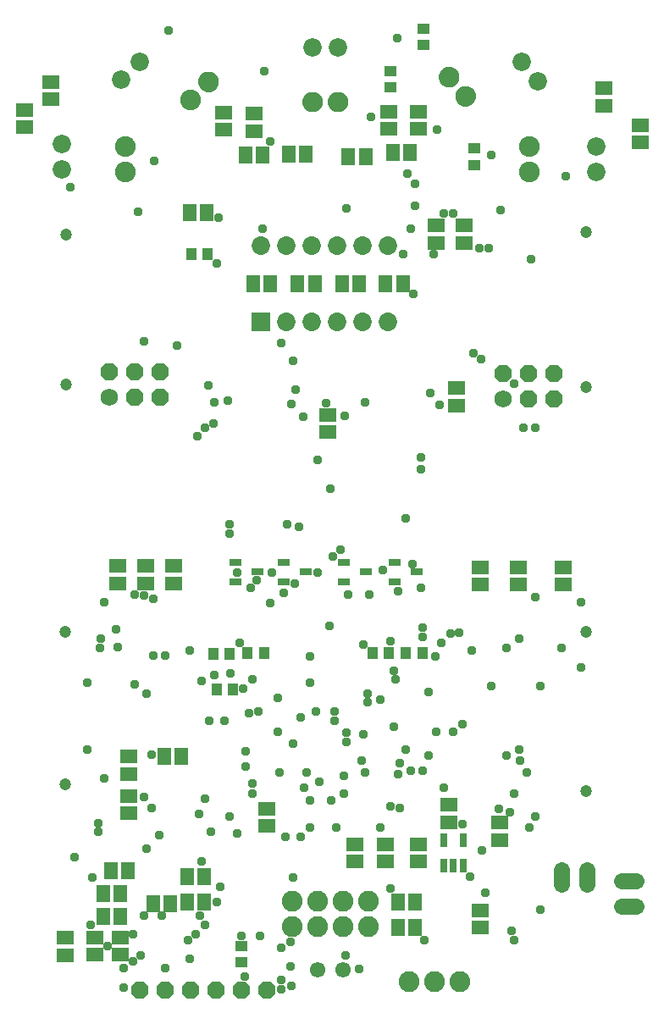
<source format=gbr>
G04 EAGLE Gerber RS-274X export*
G75*
%MOMM*%
%FSLAX34Y34*%
%LPD*%
%INSoldermask Bottom*%
%IPPOS*%
%AMOC8*
5,1,8,0,0,1.08239X$1,22.5*%
G01*
%ADD10C,1.203200*%
%ADD11R,1.367800X1.668500*%
%ADD12R,1.668500X1.367800*%
%ADD13C,1.000000*%
%ADD14R,1.853200X1.853200*%
%ADD15C,1.853200*%
%ADD16R,0.803200X1.403200*%
%ADD17C,1.551200*%
%ADD18C,1.727200*%
%ADD19P,1.869504X8X22.500000*%
%ADD20C,2.082800*%
%ADD21C,1.625600*%
%ADD22R,1.253200X0.803200*%
%ADD23C,1.838200*%
%ADD24R,1.177100X1.001900*%
%ADD25R,1.001900X1.177100*%
%ADD26P,1.869504X8X292.500000*%
%ADD27C,0.959600*%


D10*
X-258580Y125080D03*
X-258580Y274920D03*
X261120Y277460D03*
X261120Y122540D03*
X261120Y-122540D03*
X261120Y-281270D03*
X-259850Y-274920D03*
X-259850Y-122540D03*
D11*
X90554Y-392990D03*
X73046Y-392990D03*
X73046Y-418390D03*
X90554Y-418390D03*
D12*
X-196330Y-264584D03*
X-196330Y-247076D03*
D11*
X78274Y225400D03*
X60766Y225400D03*
D12*
X131500Y121184D03*
X131500Y103676D03*
X123710Y-295336D03*
X123710Y-312844D03*
X29730Y-352214D03*
X29730Y-334706D03*
X155460Y-400746D03*
X155460Y-418254D03*
X-196330Y-303954D03*
X-196330Y-286446D03*
X3060Y77046D03*
X3060Y94554D03*
X60210Y-352214D03*
X60210Y-334706D03*
X93230Y-352214D03*
X93230Y-334706D03*
X-259300Y-428046D03*
X-259300Y-445554D03*
X-229720Y-427856D03*
X-229720Y-445364D03*
X-204790Y-445294D03*
X-204790Y-427786D03*
D11*
X-154176Y-393870D03*
X-171684Y-393870D03*
X-120266Y-392990D03*
X-137774Y-392990D03*
X-120266Y-367590D03*
X-137774Y-367590D03*
X-221594Y-406960D03*
X-204086Y-406960D03*
X-221594Y-384100D03*
X-204086Y-384100D03*
X-213974Y-361240D03*
X-196466Y-361240D03*
X-9776Y225500D03*
X-27284Y225500D03*
X34674Y225500D03*
X17166Y225500D03*
X-54226Y225500D03*
X-71734Y225500D03*
D12*
X111010Y266276D03*
X111010Y283784D03*
D11*
X23516Y352500D03*
X41024Y352500D03*
X-117726Y296620D03*
X-135234Y296620D03*
D12*
X138950Y266276D03*
X138950Y283784D03*
X64160Y380106D03*
X64160Y397614D03*
X93370Y380106D03*
X93370Y397614D03*
D11*
X-36174Y355040D03*
X-18666Y355040D03*
X-79354Y353770D03*
X-61846Y353770D03*
D12*
X-101080Y379306D03*
X-101080Y396814D03*
X-70600Y378036D03*
X-70600Y395544D03*
D11*
X85474Y356310D03*
X67966Y356310D03*
D12*
X-151080Y-56576D03*
X-151080Y-74084D03*
X-179020Y-74084D03*
X-179020Y-56576D03*
X193560Y-75354D03*
X193560Y-57846D03*
X155460Y-57846D03*
X155460Y-75354D03*
X-206960Y-74084D03*
X-206960Y-56576D03*
X238010Y-75354D03*
X238010Y-57846D03*
X174510Y-313116D03*
X174510Y-330624D03*
D11*
X-160634Y-246940D03*
X-143126Y-246940D03*
D12*
X-57900Y-316654D03*
X-57900Y-299146D03*
X315480Y366606D03*
X315480Y384114D03*
X278650Y403436D03*
X278650Y420944D03*
X-300470Y381846D03*
X-300470Y399354D03*
X-273800Y409786D03*
X-273800Y427294D03*
D13*
X199610Y337300D02*
X199612Y337441D01*
X199618Y337582D01*
X199628Y337722D01*
X199642Y337862D01*
X199660Y338002D01*
X199681Y338141D01*
X199707Y338280D01*
X199736Y338418D01*
X199770Y338554D01*
X199807Y338690D01*
X199848Y338825D01*
X199893Y338959D01*
X199942Y339091D01*
X199994Y339222D01*
X200050Y339351D01*
X200110Y339478D01*
X200173Y339604D01*
X200239Y339728D01*
X200310Y339851D01*
X200383Y339971D01*
X200460Y340089D01*
X200540Y340205D01*
X200624Y340318D01*
X200710Y340429D01*
X200800Y340538D01*
X200893Y340644D01*
X200988Y340747D01*
X201087Y340848D01*
X201188Y340946D01*
X201292Y341041D01*
X201399Y341133D01*
X201508Y341222D01*
X201620Y341307D01*
X201734Y341390D01*
X201850Y341470D01*
X201969Y341546D01*
X202090Y341618D01*
X202212Y341688D01*
X202337Y341753D01*
X202463Y341816D01*
X202591Y341874D01*
X202721Y341929D01*
X202852Y341981D01*
X202985Y342028D01*
X203119Y342072D01*
X203254Y342113D01*
X203390Y342149D01*
X203527Y342181D01*
X203665Y342210D01*
X203803Y342235D01*
X203943Y342255D01*
X204083Y342272D01*
X204223Y342285D01*
X204364Y342294D01*
X204504Y342299D01*
X204645Y342300D01*
X204786Y342297D01*
X204927Y342290D01*
X205067Y342279D01*
X205207Y342264D01*
X205347Y342245D01*
X205486Y342223D01*
X205624Y342196D01*
X205762Y342166D01*
X205898Y342131D01*
X206034Y342093D01*
X206168Y342051D01*
X206302Y342005D01*
X206434Y341956D01*
X206564Y341902D01*
X206693Y341845D01*
X206820Y341785D01*
X206946Y341721D01*
X207069Y341653D01*
X207191Y341582D01*
X207311Y341508D01*
X207428Y341430D01*
X207543Y341349D01*
X207656Y341265D01*
X207767Y341178D01*
X207875Y341087D01*
X207980Y340994D01*
X208083Y340897D01*
X208183Y340798D01*
X208280Y340696D01*
X208374Y340591D01*
X208465Y340484D01*
X208553Y340374D01*
X208638Y340262D01*
X208720Y340147D01*
X208799Y340030D01*
X208874Y339911D01*
X208946Y339790D01*
X209014Y339667D01*
X209079Y339542D01*
X209141Y339415D01*
X209198Y339286D01*
X209253Y339156D01*
X209303Y339025D01*
X209350Y338892D01*
X209393Y338758D01*
X209432Y338622D01*
X209467Y338486D01*
X209499Y338349D01*
X209526Y338211D01*
X209550Y338072D01*
X209570Y337932D01*
X209586Y337792D01*
X209598Y337652D01*
X209606Y337511D01*
X209610Y337370D01*
X209610Y337230D01*
X209606Y337089D01*
X209598Y336948D01*
X209586Y336808D01*
X209570Y336668D01*
X209550Y336528D01*
X209526Y336389D01*
X209499Y336251D01*
X209467Y336114D01*
X209432Y335978D01*
X209393Y335842D01*
X209350Y335708D01*
X209303Y335575D01*
X209253Y335444D01*
X209198Y335314D01*
X209141Y335185D01*
X209079Y335058D01*
X209014Y334933D01*
X208946Y334810D01*
X208874Y334689D01*
X208799Y334570D01*
X208720Y334453D01*
X208638Y334338D01*
X208553Y334226D01*
X208465Y334116D01*
X208374Y334009D01*
X208280Y333904D01*
X208183Y333802D01*
X208083Y333703D01*
X207980Y333606D01*
X207875Y333513D01*
X207767Y333422D01*
X207656Y333335D01*
X207543Y333251D01*
X207428Y333170D01*
X207311Y333092D01*
X207191Y333018D01*
X207069Y332947D01*
X206946Y332879D01*
X206820Y332815D01*
X206693Y332755D01*
X206564Y332698D01*
X206434Y332644D01*
X206302Y332595D01*
X206168Y332549D01*
X206034Y332507D01*
X205898Y332469D01*
X205762Y332434D01*
X205624Y332404D01*
X205486Y332377D01*
X205347Y332355D01*
X205207Y332336D01*
X205067Y332321D01*
X204927Y332310D01*
X204786Y332303D01*
X204645Y332300D01*
X204504Y332301D01*
X204364Y332306D01*
X204223Y332315D01*
X204083Y332328D01*
X203943Y332345D01*
X203803Y332365D01*
X203665Y332390D01*
X203527Y332419D01*
X203390Y332451D01*
X203254Y332487D01*
X203119Y332528D01*
X202985Y332572D01*
X202852Y332619D01*
X202721Y332671D01*
X202591Y332726D01*
X202463Y332784D01*
X202337Y332847D01*
X202212Y332912D01*
X202090Y332982D01*
X201969Y333054D01*
X201850Y333130D01*
X201734Y333210D01*
X201620Y333293D01*
X201508Y333378D01*
X201399Y333467D01*
X201292Y333559D01*
X201188Y333654D01*
X201087Y333752D01*
X200988Y333853D01*
X200893Y333956D01*
X200800Y334062D01*
X200710Y334171D01*
X200624Y334282D01*
X200540Y334395D01*
X200460Y334511D01*
X200383Y334629D01*
X200310Y334749D01*
X200239Y334872D01*
X200173Y334996D01*
X200110Y335122D01*
X200050Y335249D01*
X199994Y335378D01*
X199942Y335509D01*
X199893Y335641D01*
X199848Y335775D01*
X199807Y335910D01*
X199770Y336046D01*
X199736Y336182D01*
X199707Y336320D01*
X199681Y336459D01*
X199660Y336598D01*
X199642Y336738D01*
X199628Y336878D01*
X199618Y337018D01*
X199612Y337159D01*
X199610Y337300D01*
X199610Y362700D02*
X199612Y362841D01*
X199618Y362982D01*
X199628Y363122D01*
X199642Y363262D01*
X199660Y363402D01*
X199681Y363541D01*
X199707Y363680D01*
X199736Y363818D01*
X199770Y363954D01*
X199807Y364090D01*
X199848Y364225D01*
X199893Y364359D01*
X199942Y364491D01*
X199994Y364622D01*
X200050Y364751D01*
X200110Y364878D01*
X200173Y365004D01*
X200239Y365128D01*
X200310Y365251D01*
X200383Y365371D01*
X200460Y365489D01*
X200540Y365605D01*
X200624Y365718D01*
X200710Y365829D01*
X200800Y365938D01*
X200893Y366044D01*
X200988Y366147D01*
X201087Y366248D01*
X201188Y366346D01*
X201292Y366441D01*
X201399Y366533D01*
X201508Y366622D01*
X201620Y366707D01*
X201734Y366790D01*
X201850Y366870D01*
X201969Y366946D01*
X202090Y367018D01*
X202212Y367088D01*
X202337Y367153D01*
X202463Y367216D01*
X202591Y367274D01*
X202721Y367329D01*
X202852Y367381D01*
X202985Y367428D01*
X203119Y367472D01*
X203254Y367513D01*
X203390Y367549D01*
X203527Y367581D01*
X203665Y367610D01*
X203803Y367635D01*
X203943Y367655D01*
X204083Y367672D01*
X204223Y367685D01*
X204364Y367694D01*
X204504Y367699D01*
X204645Y367700D01*
X204786Y367697D01*
X204927Y367690D01*
X205067Y367679D01*
X205207Y367664D01*
X205347Y367645D01*
X205486Y367623D01*
X205624Y367596D01*
X205762Y367566D01*
X205898Y367531D01*
X206034Y367493D01*
X206168Y367451D01*
X206302Y367405D01*
X206434Y367356D01*
X206564Y367302D01*
X206693Y367245D01*
X206820Y367185D01*
X206946Y367121D01*
X207069Y367053D01*
X207191Y366982D01*
X207311Y366908D01*
X207428Y366830D01*
X207543Y366749D01*
X207656Y366665D01*
X207767Y366578D01*
X207875Y366487D01*
X207980Y366394D01*
X208083Y366297D01*
X208183Y366198D01*
X208280Y366096D01*
X208374Y365991D01*
X208465Y365884D01*
X208553Y365774D01*
X208638Y365662D01*
X208720Y365547D01*
X208799Y365430D01*
X208874Y365311D01*
X208946Y365190D01*
X209014Y365067D01*
X209079Y364942D01*
X209141Y364815D01*
X209198Y364686D01*
X209253Y364556D01*
X209303Y364425D01*
X209350Y364292D01*
X209393Y364158D01*
X209432Y364022D01*
X209467Y363886D01*
X209499Y363749D01*
X209526Y363611D01*
X209550Y363472D01*
X209570Y363332D01*
X209586Y363192D01*
X209598Y363052D01*
X209606Y362911D01*
X209610Y362770D01*
X209610Y362630D01*
X209606Y362489D01*
X209598Y362348D01*
X209586Y362208D01*
X209570Y362068D01*
X209550Y361928D01*
X209526Y361789D01*
X209499Y361651D01*
X209467Y361514D01*
X209432Y361378D01*
X209393Y361242D01*
X209350Y361108D01*
X209303Y360975D01*
X209253Y360844D01*
X209198Y360714D01*
X209141Y360585D01*
X209079Y360458D01*
X209014Y360333D01*
X208946Y360210D01*
X208874Y360089D01*
X208799Y359970D01*
X208720Y359853D01*
X208638Y359738D01*
X208553Y359626D01*
X208465Y359516D01*
X208374Y359409D01*
X208280Y359304D01*
X208183Y359202D01*
X208083Y359103D01*
X207980Y359006D01*
X207875Y358913D01*
X207767Y358822D01*
X207656Y358735D01*
X207543Y358651D01*
X207428Y358570D01*
X207311Y358492D01*
X207191Y358418D01*
X207069Y358347D01*
X206946Y358279D01*
X206820Y358215D01*
X206693Y358155D01*
X206564Y358098D01*
X206434Y358044D01*
X206302Y357995D01*
X206168Y357949D01*
X206034Y357907D01*
X205898Y357869D01*
X205762Y357834D01*
X205624Y357804D01*
X205486Y357777D01*
X205347Y357755D01*
X205207Y357736D01*
X205067Y357721D01*
X204927Y357710D01*
X204786Y357703D01*
X204645Y357700D01*
X204504Y357701D01*
X204364Y357706D01*
X204223Y357715D01*
X204083Y357728D01*
X203943Y357745D01*
X203803Y357765D01*
X203665Y357790D01*
X203527Y357819D01*
X203390Y357851D01*
X203254Y357887D01*
X203119Y357928D01*
X202985Y357972D01*
X202852Y358019D01*
X202721Y358071D01*
X202591Y358126D01*
X202463Y358184D01*
X202337Y358247D01*
X202212Y358312D01*
X202090Y358382D01*
X201969Y358454D01*
X201850Y358530D01*
X201734Y358610D01*
X201620Y358693D01*
X201508Y358778D01*
X201399Y358867D01*
X201292Y358959D01*
X201188Y359054D01*
X201087Y359152D01*
X200988Y359253D01*
X200893Y359356D01*
X200800Y359462D01*
X200710Y359571D01*
X200624Y359682D01*
X200540Y359795D01*
X200460Y359911D01*
X200383Y360029D01*
X200310Y360149D01*
X200239Y360272D01*
X200173Y360396D01*
X200110Y360522D01*
X200050Y360649D01*
X199994Y360778D01*
X199942Y360909D01*
X199893Y361041D01*
X199848Y361175D01*
X199807Y361310D01*
X199770Y361446D01*
X199736Y361582D01*
X199707Y361720D01*
X199681Y361859D01*
X199660Y361998D01*
X199642Y362138D01*
X199628Y362278D01*
X199618Y362418D01*
X199612Y362559D01*
X199610Y362700D01*
X119302Y431964D02*
X119304Y432105D01*
X119310Y432246D01*
X119320Y432386D01*
X119334Y432526D01*
X119352Y432666D01*
X119373Y432805D01*
X119399Y432944D01*
X119428Y433082D01*
X119462Y433218D01*
X119499Y433354D01*
X119540Y433489D01*
X119585Y433623D01*
X119634Y433755D01*
X119686Y433886D01*
X119742Y434015D01*
X119802Y434142D01*
X119865Y434268D01*
X119931Y434392D01*
X120002Y434515D01*
X120075Y434635D01*
X120152Y434753D01*
X120232Y434869D01*
X120316Y434982D01*
X120402Y435093D01*
X120492Y435202D01*
X120585Y435308D01*
X120680Y435411D01*
X120779Y435512D01*
X120880Y435610D01*
X120984Y435705D01*
X121091Y435797D01*
X121200Y435886D01*
X121312Y435971D01*
X121426Y436054D01*
X121542Y436134D01*
X121661Y436210D01*
X121782Y436282D01*
X121904Y436352D01*
X122029Y436417D01*
X122155Y436480D01*
X122283Y436538D01*
X122413Y436593D01*
X122544Y436645D01*
X122677Y436692D01*
X122811Y436736D01*
X122946Y436777D01*
X123082Y436813D01*
X123219Y436845D01*
X123357Y436874D01*
X123495Y436899D01*
X123635Y436919D01*
X123775Y436936D01*
X123915Y436949D01*
X124056Y436958D01*
X124196Y436963D01*
X124337Y436964D01*
X124478Y436961D01*
X124619Y436954D01*
X124759Y436943D01*
X124899Y436928D01*
X125039Y436909D01*
X125178Y436887D01*
X125316Y436860D01*
X125454Y436830D01*
X125590Y436795D01*
X125726Y436757D01*
X125860Y436715D01*
X125994Y436669D01*
X126126Y436620D01*
X126256Y436566D01*
X126385Y436509D01*
X126512Y436449D01*
X126638Y436385D01*
X126761Y436317D01*
X126883Y436246D01*
X127003Y436172D01*
X127120Y436094D01*
X127235Y436013D01*
X127348Y435929D01*
X127459Y435842D01*
X127567Y435751D01*
X127672Y435658D01*
X127775Y435561D01*
X127875Y435462D01*
X127972Y435360D01*
X128066Y435255D01*
X128157Y435148D01*
X128245Y435038D01*
X128330Y434926D01*
X128412Y434811D01*
X128491Y434694D01*
X128566Y434575D01*
X128638Y434454D01*
X128706Y434331D01*
X128771Y434206D01*
X128833Y434079D01*
X128890Y433950D01*
X128945Y433820D01*
X128995Y433689D01*
X129042Y433556D01*
X129085Y433422D01*
X129124Y433286D01*
X129159Y433150D01*
X129191Y433013D01*
X129218Y432875D01*
X129242Y432736D01*
X129262Y432596D01*
X129278Y432456D01*
X129290Y432316D01*
X129298Y432175D01*
X129302Y432034D01*
X129302Y431894D01*
X129298Y431753D01*
X129290Y431612D01*
X129278Y431472D01*
X129262Y431332D01*
X129242Y431192D01*
X129218Y431053D01*
X129191Y430915D01*
X129159Y430778D01*
X129124Y430642D01*
X129085Y430506D01*
X129042Y430372D01*
X128995Y430239D01*
X128945Y430108D01*
X128890Y429978D01*
X128833Y429849D01*
X128771Y429722D01*
X128706Y429597D01*
X128638Y429474D01*
X128566Y429353D01*
X128491Y429234D01*
X128412Y429117D01*
X128330Y429002D01*
X128245Y428890D01*
X128157Y428780D01*
X128066Y428673D01*
X127972Y428568D01*
X127875Y428466D01*
X127775Y428367D01*
X127672Y428270D01*
X127567Y428177D01*
X127459Y428086D01*
X127348Y427999D01*
X127235Y427915D01*
X127120Y427834D01*
X127003Y427756D01*
X126883Y427682D01*
X126761Y427611D01*
X126638Y427543D01*
X126512Y427479D01*
X126385Y427419D01*
X126256Y427362D01*
X126126Y427308D01*
X125994Y427259D01*
X125860Y427213D01*
X125726Y427171D01*
X125590Y427133D01*
X125454Y427098D01*
X125316Y427068D01*
X125178Y427041D01*
X125039Y427019D01*
X124899Y427000D01*
X124759Y426985D01*
X124619Y426974D01*
X124478Y426967D01*
X124337Y426964D01*
X124196Y426965D01*
X124056Y426970D01*
X123915Y426979D01*
X123775Y426992D01*
X123635Y427009D01*
X123495Y427029D01*
X123357Y427054D01*
X123219Y427083D01*
X123082Y427115D01*
X122946Y427151D01*
X122811Y427192D01*
X122677Y427236D01*
X122544Y427283D01*
X122413Y427335D01*
X122283Y427390D01*
X122155Y427448D01*
X122029Y427511D01*
X121904Y427576D01*
X121782Y427646D01*
X121661Y427718D01*
X121542Y427794D01*
X121426Y427874D01*
X121312Y427957D01*
X121200Y428042D01*
X121091Y428131D01*
X120984Y428223D01*
X120880Y428318D01*
X120779Y428416D01*
X120680Y428517D01*
X120585Y428620D01*
X120492Y428726D01*
X120402Y428835D01*
X120316Y428946D01*
X120232Y429059D01*
X120152Y429175D01*
X120075Y429293D01*
X120002Y429413D01*
X119931Y429536D01*
X119865Y429660D01*
X119802Y429786D01*
X119742Y429913D01*
X119686Y430042D01*
X119634Y430173D01*
X119585Y430305D01*
X119540Y430439D01*
X119499Y430574D01*
X119462Y430710D01*
X119428Y430846D01*
X119399Y430984D01*
X119373Y431123D01*
X119352Y431262D01*
X119334Y431402D01*
X119320Y431542D01*
X119310Y431682D01*
X119304Y431823D01*
X119302Y431964D01*
X135898Y412736D02*
X135900Y412877D01*
X135906Y413018D01*
X135916Y413158D01*
X135930Y413298D01*
X135948Y413438D01*
X135969Y413577D01*
X135995Y413716D01*
X136024Y413854D01*
X136058Y413990D01*
X136095Y414126D01*
X136136Y414261D01*
X136181Y414395D01*
X136230Y414527D01*
X136282Y414658D01*
X136338Y414787D01*
X136398Y414914D01*
X136461Y415040D01*
X136527Y415164D01*
X136598Y415287D01*
X136671Y415407D01*
X136748Y415525D01*
X136828Y415641D01*
X136912Y415754D01*
X136998Y415865D01*
X137088Y415974D01*
X137181Y416080D01*
X137276Y416183D01*
X137375Y416284D01*
X137476Y416382D01*
X137580Y416477D01*
X137687Y416569D01*
X137796Y416658D01*
X137908Y416743D01*
X138022Y416826D01*
X138138Y416906D01*
X138257Y416982D01*
X138378Y417054D01*
X138500Y417124D01*
X138625Y417189D01*
X138751Y417252D01*
X138879Y417310D01*
X139009Y417365D01*
X139140Y417417D01*
X139273Y417464D01*
X139407Y417508D01*
X139542Y417549D01*
X139678Y417585D01*
X139815Y417617D01*
X139953Y417646D01*
X140091Y417671D01*
X140231Y417691D01*
X140371Y417708D01*
X140511Y417721D01*
X140652Y417730D01*
X140792Y417735D01*
X140933Y417736D01*
X141074Y417733D01*
X141215Y417726D01*
X141355Y417715D01*
X141495Y417700D01*
X141635Y417681D01*
X141774Y417659D01*
X141912Y417632D01*
X142050Y417602D01*
X142186Y417567D01*
X142322Y417529D01*
X142456Y417487D01*
X142590Y417441D01*
X142722Y417392D01*
X142852Y417338D01*
X142981Y417281D01*
X143108Y417221D01*
X143234Y417157D01*
X143357Y417089D01*
X143479Y417018D01*
X143599Y416944D01*
X143716Y416866D01*
X143831Y416785D01*
X143944Y416701D01*
X144055Y416614D01*
X144163Y416523D01*
X144268Y416430D01*
X144371Y416333D01*
X144471Y416234D01*
X144568Y416132D01*
X144662Y416027D01*
X144753Y415920D01*
X144841Y415810D01*
X144926Y415698D01*
X145008Y415583D01*
X145087Y415466D01*
X145162Y415347D01*
X145234Y415226D01*
X145302Y415103D01*
X145367Y414978D01*
X145429Y414851D01*
X145486Y414722D01*
X145541Y414592D01*
X145591Y414461D01*
X145638Y414328D01*
X145681Y414194D01*
X145720Y414058D01*
X145755Y413922D01*
X145787Y413785D01*
X145814Y413647D01*
X145838Y413508D01*
X145858Y413368D01*
X145874Y413228D01*
X145886Y413088D01*
X145894Y412947D01*
X145898Y412806D01*
X145898Y412666D01*
X145894Y412525D01*
X145886Y412384D01*
X145874Y412244D01*
X145858Y412104D01*
X145838Y411964D01*
X145814Y411825D01*
X145787Y411687D01*
X145755Y411550D01*
X145720Y411414D01*
X145681Y411278D01*
X145638Y411144D01*
X145591Y411011D01*
X145541Y410880D01*
X145486Y410750D01*
X145429Y410621D01*
X145367Y410494D01*
X145302Y410369D01*
X145234Y410246D01*
X145162Y410125D01*
X145087Y410006D01*
X145008Y409889D01*
X144926Y409774D01*
X144841Y409662D01*
X144753Y409552D01*
X144662Y409445D01*
X144568Y409340D01*
X144471Y409238D01*
X144371Y409139D01*
X144268Y409042D01*
X144163Y408949D01*
X144055Y408858D01*
X143944Y408771D01*
X143831Y408687D01*
X143716Y408606D01*
X143599Y408528D01*
X143479Y408454D01*
X143357Y408383D01*
X143234Y408315D01*
X143108Y408251D01*
X142981Y408191D01*
X142852Y408134D01*
X142722Y408080D01*
X142590Y408031D01*
X142456Y407985D01*
X142322Y407943D01*
X142186Y407905D01*
X142050Y407870D01*
X141912Y407840D01*
X141774Y407813D01*
X141635Y407791D01*
X141495Y407772D01*
X141355Y407757D01*
X141215Y407746D01*
X141074Y407739D01*
X140933Y407736D01*
X140792Y407737D01*
X140652Y407742D01*
X140511Y407751D01*
X140371Y407764D01*
X140231Y407781D01*
X140091Y407801D01*
X139953Y407826D01*
X139815Y407855D01*
X139678Y407887D01*
X139542Y407923D01*
X139407Y407964D01*
X139273Y408008D01*
X139140Y408055D01*
X139009Y408107D01*
X138879Y408162D01*
X138751Y408220D01*
X138625Y408283D01*
X138500Y408348D01*
X138378Y408418D01*
X138257Y408490D01*
X138138Y408566D01*
X138022Y408646D01*
X137908Y408729D01*
X137796Y408814D01*
X137687Y408903D01*
X137580Y408995D01*
X137476Y409090D01*
X137375Y409188D01*
X137276Y409289D01*
X137181Y409392D01*
X137088Y409498D01*
X136998Y409607D01*
X136912Y409718D01*
X136828Y409831D01*
X136748Y409947D01*
X136671Y410065D01*
X136598Y410185D01*
X136527Y410308D01*
X136461Y410432D01*
X136398Y410558D01*
X136338Y410685D01*
X136282Y410814D01*
X136230Y410945D01*
X136181Y411077D01*
X136136Y411211D01*
X136095Y411346D01*
X136058Y411482D01*
X136024Y411618D01*
X135995Y411756D01*
X135969Y411895D01*
X135948Y412034D01*
X135930Y412174D01*
X135916Y412314D01*
X135906Y412454D01*
X135900Y412595D01*
X135898Y412736D01*
X-204480Y337220D02*
X-204478Y337361D01*
X-204472Y337502D01*
X-204462Y337642D01*
X-204448Y337782D01*
X-204430Y337922D01*
X-204409Y338061D01*
X-204383Y338200D01*
X-204354Y338338D01*
X-204320Y338474D01*
X-204283Y338610D01*
X-204242Y338745D01*
X-204197Y338879D01*
X-204148Y339011D01*
X-204096Y339142D01*
X-204040Y339271D01*
X-203980Y339398D01*
X-203917Y339524D01*
X-203851Y339648D01*
X-203780Y339771D01*
X-203707Y339891D01*
X-203630Y340009D01*
X-203550Y340125D01*
X-203466Y340238D01*
X-203380Y340349D01*
X-203290Y340458D01*
X-203197Y340564D01*
X-203102Y340667D01*
X-203003Y340768D01*
X-202902Y340866D01*
X-202798Y340961D01*
X-202691Y341053D01*
X-202582Y341142D01*
X-202470Y341227D01*
X-202356Y341310D01*
X-202240Y341390D01*
X-202121Y341466D01*
X-202000Y341538D01*
X-201878Y341608D01*
X-201753Y341673D01*
X-201627Y341736D01*
X-201499Y341794D01*
X-201369Y341849D01*
X-201238Y341901D01*
X-201105Y341948D01*
X-200971Y341992D01*
X-200836Y342033D01*
X-200700Y342069D01*
X-200563Y342101D01*
X-200425Y342130D01*
X-200287Y342155D01*
X-200147Y342175D01*
X-200007Y342192D01*
X-199867Y342205D01*
X-199726Y342214D01*
X-199586Y342219D01*
X-199445Y342220D01*
X-199304Y342217D01*
X-199163Y342210D01*
X-199023Y342199D01*
X-198883Y342184D01*
X-198743Y342165D01*
X-198604Y342143D01*
X-198466Y342116D01*
X-198328Y342086D01*
X-198192Y342051D01*
X-198056Y342013D01*
X-197922Y341971D01*
X-197788Y341925D01*
X-197656Y341876D01*
X-197526Y341822D01*
X-197397Y341765D01*
X-197270Y341705D01*
X-197144Y341641D01*
X-197021Y341573D01*
X-196899Y341502D01*
X-196779Y341428D01*
X-196662Y341350D01*
X-196547Y341269D01*
X-196434Y341185D01*
X-196323Y341098D01*
X-196215Y341007D01*
X-196110Y340914D01*
X-196007Y340817D01*
X-195907Y340718D01*
X-195810Y340616D01*
X-195716Y340511D01*
X-195625Y340404D01*
X-195537Y340294D01*
X-195452Y340182D01*
X-195370Y340067D01*
X-195291Y339950D01*
X-195216Y339831D01*
X-195144Y339710D01*
X-195076Y339587D01*
X-195011Y339462D01*
X-194949Y339335D01*
X-194892Y339206D01*
X-194837Y339076D01*
X-194787Y338945D01*
X-194740Y338812D01*
X-194697Y338678D01*
X-194658Y338542D01*
X-194623Y338406D01*
X-194591Y338269D01*
X-194564Y338131D01*
X-194540Y337992D01*
X-194520Y337852D01*
X-194504Y337712D01*
X-194492Y337572D01*
X-194484Y337431D01*
X-194480Y337290D01*
X-194480Y337150D01*
X-194484Y337009D01*
X-194492Y336868D01*
X-194504Y336728D01*
X-194520Y336588D01*
X-194540Y336448D01*
X-194564Y336309D01*
X-194591Y336171D01*
X-194623Y336034D01*
X-194658Y335898D01*
X-194697Y335762D01*
X-194740Y335628D01*
X-194787Y335495D01*
X-194837Y335364D01*
X-194892Y335234D01*
X-194949Y335105D01*
X-195011Y334978D01*
X-195076Y334853D01*
X-195144Y334730D01*
X-195216Y334609D01*
X-195291Y334490D01*
X-195370Y334373D01*
X-195452Y334258D01*
X-195537Y334146D01*
X-195625Y334036D01*
X-195716Y333929D01*
X-195810Y333824D01*
X-195907Y333722D01*
X-196007Y333623D01*
X-196110Y333526D01*
X-196215Y333433D01*
X-196323Y333342D01*
X-196434Y333255D01*
X-196547Y333171D01*
X-196662Y333090D01*
X-196779Y333012D01*
X-196899Y332938D01*
X-197021Y332867D01*
X-197144Y332799D01*
X-197270Y332735D01*
X-197397Y332675D01*
X-197526Y332618D01*
X-197656Y332564D01*
X-197788Y332515D01*
X-197922Y332469D01*
X-198056Y332427D01*
X-198192Y332389D01*
X-198328Y332354D01*
X-198466Y332324D01*
X-198604Y332297D01*
X-198743Y332275D01*
X-198883Y332256D01*
X-199023Y332241D01*
X-199163Y332230D01*
X-199304Y332223D01*
X-199445Y332220D01*
X-199586Y332221D01*
X-199726Y332226D01*
X-199867Y332235D01*
X-200007Y332248D01*
X-200147Y332265D01*
X-200287Y332285D01*
X-200425Y332310D01*
X-200563Y332339D01*
X-200700Y332371D01*
X-200836Y332407D01*
X-200971Y332448D01*
X-201105Y332492D01*
X-201238Y332539D01*
X-201369Y332591D01*
X-201499Y332646D01*
X-201627Y332704D01*
X-201753Y332767D01*
X-201878Y332832D01*
X-202000Y332902D01*
X-202121Y332974D01*
X-202240Y333050D01*
X-202356Y333130D01*
X-202470Y333213D01*
X-202582Y333298D01*
X-202691Y333387D01*
X-202798Y333479D01*
X-202902Y333574D01*
X-203003Y333672D01*
X-203102Y333773D01*
X-203197Y333876D01*
X-203290Y333982D01*
X-203380Y334091D01*
X-203466Y334202D01*
X-203550Y334315D01*
X-203630Y334431D01*
X-203707Y334549D01*
X-203780Y334669D01*
X-203851Y334792D01*
X-203917Y334916D01*
X-203980Y335042D01*
X-204040Y335169D01*
X-204096Y335298D01*
X-204148Y335429D01*
X-204197Y335561D01*
X-204242Y335695D01*
X-204283Y335830D01*
X-204320Y335966D01*
X-204354Y336102D01*
X-204383Y336240D01*
X-204409Y336379D01*
X-204430Y336518D01*
X-204448Y336658D01*
X-204462Y336798D01*
X-204472Y336938D01*
X-204478Y337079D01*
X-204480Y337220D01*
X-204480Y362620D02*
X-204478Y362761D01*
X-204472Y362902D01*
X-204462Y363042D01*
X-204448Y363182D01*
X-204430Y363322D01*
X-204409Y363461D01*
X-204383Y363600D01*
X-204354Y363738D01*
X-204320Y363874D01*
X-204283Y364010D01*
X-204242Y364145D01*
X-204197Y364279D01*
X-204148Y364411D01*
X-204096Y364542D01*
X-204040Y364671D01*
X-203980Y364798D01*
X-203917Y364924D01*
X-203851Y365048D01*
X-203780Y365171D01*
X-203707Y365291D01*
X-203630Y365409D01*
X-203550Y365525D01*
X-203466Y365638D01*
X-203380Y365749D01*
X-203290Y365858D01*
X-203197Y365964D01*
X-203102Y366067D01*
X-203003Y366168D01*
X-202902Y366266D01*
X-202798Y366361D01*
X-202691Y366453D01*
X-202582Y366542D01*
X-202470Y366627D01*
X-202356Y366710D01*
X-202240Y366790D01*
X-202121Y366866D01*
X-202000Y366938D01*
X-201878Y367008D01*
X-201753Y367073D01*
X-201627Y367136D01*
X-201499Y367194D01*
X-201369Y367249D01*
X-201238Y367301D01*
X-201105Y367348D01*
X-200971Y367392D01*
X-200836Y367433D01*
X-200700Y367469D01*
X-200563Y367501D01*
X-200425Y367530D01*
X-200287Y367555D01*
X-200147Y367575D01*
X-200007Y367592D01*
X-199867Y367605D01*
X-199726Y367614D01*
X-199586Y367619D01*
X-199445Y367620D01*
X-199304Y367617D01*
X-199163Y367610D01*
X-199023Y367599D01*
X-198883Y367584D01*
X-198743Y367565D01*
X-198604Y367543D01*
X-198466Y367516D01*
X-198328Y367486D01*
X-198192Y367451D01*
X-198056Y367413D01*
X-197922Y367371D01*
X-197788Y367325D01*
X-197656Y367276D01*
X-197526Y367222D01*
X-197397Y367165D01*
X-197270Y367105D01*
X-197144Y367041D01*
X-197021Y366973D01*
X-196899Y366902D01*
X-196779Y366828D01*
X-196662Y366750D01*
X-196547Y366669D01*
X-196434Y366585D01*
X-196323Y366498D01*
X-196215Y366407D01*
X-196110Y366314D01*
X-196007Y366217D01*
X-195907Y366118D01*
X-195810Y366016D01*
X-195716Y365911D01*
X-195625Y365804D01*
X-195537Y365694D01*
X-195452Y365582D01*
X-195370Y365467D01*
X-195291Y365350D01*
X-195216Y365231D01*
X-195144Y365110D01*
X-195076Y364987D01*
X-195011Y364862D01*
X-194949Y364735D01*
X-194892Y364606D01*
X-194837Y364476D01*
X-194787Y364345D01*
X-194740Y364212D01*
X-194697Y364078D01*
X-194658Y363942D01*
X-194623Y363806D01*
X-194591Y363669D01*
X-194564Y363531D01*
X-194540Y363392D01*
X-194520Y363252D01*
X-194504Y363112D01*
X-194492Y362972D01*
X-194484Y362831D01*
X-194480Y362690D01*
X-194480Y362550D01*
X-194484Y362409D01*
X-194492Y362268D01*
X-194504Y362128D01*
X-194520Y361988D01*
X-194540Y361848D01*
X-194564Y361709D01*
X-194591Y361571D01*
X-194623Y361434D01*
X-194658Y361298D01*
X-194697Y361162D01*
X-194740Y361028D01*
X-194787Y360895D01*
X-194837Y360764D01*
X-194892Y360634D01*
X-194949Y360505D01*
X-195011Y360378D01*
X-195076Y360253D01*
X-195144Y360130D01*
X-195216Y360009D01*
X-195291Y359890D01*
X-195370Y359773D01*
X-195452Y359658D01*
X-195537Y359546D01*
X-195625Y359436D01*
X-195716Y359329D01*
X-195810Y359224D01*
X-195907Y359122D01*
X-196007Y359023D01*
X-196110Y358926D01*
X-196215Y358833D01*
X-196323Y358742D01*
X-196434Y358655D01*
X-196547Y358571D01*
X-196662Y358490D01*
X-196779Y358412D01*
X-196899Y358338D01*
X-197021Y358267D01*
X-197144Y358199D01*
X-197270Y358135D01*
X-197397Y358075D01*
X-197526Y358018D01*
X-197656Y357964D01*
X-197788Y357915D01*
X-197922Y357869D01*
X-198056Y357827D01*
X-198192Y357789D01*
X-198328Y357754D01*
X-198466Y357724D01*
X-198604Y357697D01*
X-198743Y357675D01*
X-198883Y357656D01*
X-199023Y357641D01*
X-199163Y357630D01*
X-199304Y357623D01*
X-199445Y357620D01*
X-199586Y357621D01*
X-199726Y357626D01*
X-199867Y357635D01*
X-200007Y357648D01*
X-200147Y357665D01*
X-200287Y357685D01*
X-200425Y357710D01*
X-200563Y357739D01*
X-200700Y357771D01*
X-200836Y357807D01*
X-200971Y357848D01*
X-201105Y357892D01*
X-201238Y357939D01*
X-201369Y357991D01*
X-201499Y358046D01*
X-201627Y358104D01*
X-201753Y358167D01*
X-201878Y358232D01*
X-202000Y358302D01*
X-202121Y358374D01*
X-202240Y358450D01*
X-202356Y358530D01*
X-202470Y358613D01*
X-202582Y358698D01*
X-202691Y358787D01*
X-202798Y358879D01*
X-202902Y358974D01*
X-203003Y359072D01*
X-203102Y359173D01*
X-203197Y359276D01*
X-203290Y359382D01*
X-203380Y359491D01*
X-203466Y359602D01*
X-203550Y359715D01*
X-203630Y359831D01*
X-203707Y359949D01*
X-203780Y360069D01*
X-203851Y360192D01*
X-203917Y360316D01*
X-203980Y360442D01*
X-204040Y360569D01*
X-204096Y360698D01*
X-204148Y360829D01*
X-204197Y360961D01*
X-204242Y361095D01*
X-204283Y361230D01*
X-204320Y361366D01*
X-204354Y361502D01*
X-204383Y361640D01*
X-204409Y361779D01*
X-204430Y361918D01*
X-204448Y362058D01*
X-204462Y362198D01*
X-204472Y362338D01*
X-204478Y362479D01*
X-204480Y362620D01*
X-139190Y409230D02*
X-139188Y409371D01*
X-139182Y409512D01*
X-139172Y409652D01*
X-139158Y409792D01*
X-139140Y409932D01*
X-139119Y410071D01*
X-139093Y410210D01*
X-139064Y410348D01*
X-139030Y410484D01*
X-138993Y410620D01*
X-138952Y410755D01*
X-138907Y410889D01*
X-138858Y411021D01*
X-138806Y411152D01*
X-138750Y411281D01*
X-138690Y411408D01*
X-138627Y411534D01*
X-138561Y411658D01*
X-138490Y411781D01*
X-138417Y411901D01*
X-138340Y412019D01*
X-138260Y412135D01*
X-138176Y412248D01*
X-138090Y412359D01*
X-138000Y412468D01*
X-137907Y412574D01*
X-137812Y412677D01*
X-137713Y412778D01*
X-137612Y412876D01*
X-137508Y412971D01*
X-137401Y413063D01*
X-137292Y413152D01*
X-137180Y413237D01*
X-137066Y413320D01*
X-136950Y413400D01*
X-136831Y413476D01*
X-136710Y413548D01*
X-136588Y413618D01*
X-136463Y413683D01*
X-136337Y413746D01*
X-136209Y413804D01*
X-136079Y413859D01*
X-135948Y413911D01*
X-135815Y413958D01*
X-135681Y414002D01*
X-135546Y414043D01*
X-135410Y414079D01*
X-135273Y414111D01*
X-135135Y414140D01*
X-134997Y414165D01*
X-134857Y414185D01*
X-134717Y414202D01*
X-134577Y414215D01*
X-134436Y414224D01*
X-134296Y414229D01*
X-134155Y414230D01*
X-134014Y414227D01*
X-133873Y414220D01*
X-133733Y414209D01*
X-133593Y414194D01*
X-133453Y414175D01*
X-133314Y414153D01*
X-133176Y414126D01*
X-133038Y414096D01*
X-132902Y414061D01*
X-132766Y414023D01*
X-132632Y413981D01*
X-132498Y413935D01*
X-132366Y413886D01*
X-132236Y413832D01*
X-132107Y413775D01*
X-131980Y413715D01*
X-131854Y413651D01*
X-131731Y413583D01*
X-131609Y413512D01*
X-131489Y413438D01*
X-131372Y413360D01*
X-131257Y413279D01*
X-131144Y413195D01*
X-131033Y413108D01*
X-130925Y413017D01*
X-130820Y412924D01*
X-130717Y412827D01*
X-130617Y412728D01*
X-130520Y412626D01*
X-130426Y412521D01*
X-130335Y412414D01*
X-130247Y412304D01*
X-130162Y412192D01*
X-130080Y412077D01*
X-130001Y411960D01*
X-129926Y411841D01*
X-129854Y411720D01*
X-129786Y411597D01*
X-129721Y411472D01*
X-129659Y411345D01*
X-129602Y411216D01*
X-129547Y411086D01*
X-129497Y410955D01*
X-129450Y410822D01*
X-129407Y410688D01*
X-129368Y410552D01*
X-129333Y410416D01*
X-129301Y410279D01*
X-129274Y410141D01*
X-129250Y410002D01*
X-129230Y409862D01*
X-129214Y409722D01*
X-129202Y409582D01*
X-129194Y409441D01*
X-129190Y409300D01*
X-129190Y409160D01*
X-129194Y409019D01*
X-129202Y408878D01*
X-129214Y408738D01*
X-129230Y408598D01*
X-129250Y408458D01*
X-129274Y408319D01*
X-129301Y408181D01*
X-129333Y408044D01*
X-129368Y407908D01*
X-129407Y407772D01*
X-129450Y407638D01*
X-129497Y407505D01*
X-129547Y407374D01*
X-129602Y407244D01*
X-129659Y407115D01*
X-129721Y406988D01*
X-129786Y406863D01*
X-129854Y406740D01*
X-129926Y406619D01*
X-130001Y406500D01*
X-130080Y406383D01*
X-130162Y406268D01*
X-130247Y406156D01*
X-130335Y406046D01*
X-130426Y405939D01*
X-130520Y405834D01*
X-130617Y405732D01*
X-130717Y405633D01*
X-130820Y405536D01*
X-130925Y405443D01*
X-131033Y405352D01*
X-131144Y405265D01*
X-131257Y405181D01*
X-131372Y405100D01*
X-131489Y405022D01*
X-131609Y404948D01*
X-131731Y404877D01*
X-131854Y404809D01*
X-131980Y404745D01*
X-132107Y404685D01*
X-132236Y404628D01*
X-132366Y404574D01*
X-132498Y404525D01*
X-132632Y404479D01*
X-132766Y404437D01*
X-132902Y404399D01*
X-133038Y404364D01*
X-133176Y404334D01*
X-133314Y404307D01*
X-133453Y404285D01*
X-133593Y404266D01*
X-133733Y404251D01*
X-133873Y404240D01*
X-134014Y404233D01*
X-134155Y404230D01*
X-134296Y404231D01*
X-134436Y404236D01*
X-134577Y404245D01*
X-134717Y404258D01*
X-134857Y404275D01*
X-134997Y404295D01*
X-135135Y404320D01*
X-135273Y404349D01*
X-135410Y404381D01*
X-135546Y404417D01*
X-135681Y404458D01*
X-135815Y404502D01*
X-135948Y404549D01*
X-136079Y404601D01*
X-136209Y404656D01*
X-136337Y404714D01*
X-136463Y404777D01*
X-136588Y404842D01*
X-136710Y404912D01*
X-136831Y404984D01*
X-136950Y405060D01*
X-137066Y405140D01*
X-137180Y405223D01*
X-137292Y405308D01*
X-137401Y405397D01*
X-137508Y405489D01*
X-137612Y405584D01*
X-137713Y405682D01*
X-137812Y405783D01*
X-137907Y405886D01*
X-138000Y405992D01*
X-138090Y406101D01*
X-138176Y406212D01*
X-138260Y406325D01*
X-138340Y406441D01*
X-138417Y406559D01*
X-138490Y406679D01*
X-138561Y406802D01*
X-138627Y406926D01*
X-138690Y407052D01*
X-138750Y407179D01*
X-138806Y407308D01*
X-138858Y407439D01*
X-138907Y407571D01*
X-138952Y407705D01*
X-138993Y407840D01*
X-139030Y407976D01*
X-139064Y408112D01*
X-139093Y408250D01*
X-139119Y408389D01*
X-139140Y408528D01*
X-139158Y408668D01*
X-139172Y408808D01*
X-139182Y408948D01*
X-139188Y409089D01*
X-139190Y409230D01*
X-121230Y427190D02*
X-121228Y427331D01*
X-121222Y427472D01*
X-121212Y427612D01*
X-121198Y427752D01*
X-121180Y427892D01*
X-121159Y428031D01*
X-121133Y428170D01*
X-121104Y428308D01*
X-121070Y428444D01*
X-121033Y428580D01*
X-120992Y428715D01*
X-120947Y428849D01*
X-120898Y428981D01*
X-120846Y429112D01*
X-120790Y429241D01*
X-120730Y429368D01*
X-120667Y429494D01*
X-120601Y429618D01*
X-120530Y429741D01*
X-120457Y429861D01*
X-120380Y429979D01*
X-120300Y430095D01*
X-120216Y430208D01*
X-120130Y430319D01*
X-120040Y430428D01*
X-119947Y430534D01*
X-119852Y430637D01*
X-119753Y430738D01*
X-119652Y430836D01*
X-119548Y430931D01*
X-119441Y431023D01*
X-119332Y431112D01*
X-119220Y431197D01*
X-119106Y431280D01*
X-118990Y431360D01*
X-118871Y431436D01*
X-118750Y431508D01*
X-118628Y431578D01*
X-118503Y431643D01*
X-118377Y431706D01*
X-118249Y431764D01*
X-118119Y431819D01*
X-117988Y431871D01*
X-117855Y431918D01*
X-117721Y431962D01*
X-117586Y432003D01*
X-117450Y432039D01*
X-117313Y432071D01*
X-117175Y432100D01*
X-117037Y432125D01*
X-116897Y432145D01*
X-116757Y432162D01*
X-116617Y432175D01*
X-116476Y432184D01*
X-116336Y432189D01*
X-116195Y432190D01*
X-116054Y432187D01*
X-115913Y432180D01*
X-115773Y432169D01*
X-115633Y432154D01*
X-115493Y432135D01*
X-115354Y432113D01*
X-115216Y432086D01*
X-115078Y432056D01*
X-114942Y432021D01*
X-114806Y431983D01*
X-114672Y431941D01*
X-114538Y431895D01*
X-114406Y431846D01*
X-114276Y431792D01*
X-114147Y431735D01*
X-114020Y431675D01*
X-113894Y431611D01*
X-113771Y431543D01*
X-113649Y431472D01*
X-113529Y431398D01*
X-113412Y431320D01*
X-113297Y431239D01*
X-113184Y431155D01*
X-113073Y431068D01*
X-112965Y430977D01*
X-112860Y430884D01*
X-112757Y430787D01*
X-112657Y430688D01*
X-112560Y430586D01*
X-112466Y430481D01*
X-112375Y430374D01*
X-112287Y430264D01*
X-112202Y430152D01*
X-112120Y430037D01*
X-112041Y429920D01*
X-111966Y429801D01*
X-111894Y429680D01*
X-111826Y429557D01*
X-111761Y429432D01*
X-111699Y429305D01*
X-111642Y429176D01*
X-111587Y429046D01*
X-111537Y428915D01*
X-111490Y428782D01*
X-111447Y428648D01*
X-111408Y428512D01*
X-111373Y428376D01*
X-111341Y428239D01*
X-111314Y428101D01*
X-111290Y427962D01*
X-111270Y427822D01*
X-111254Y427682D01*
X-111242Y427542D01*
X-111234Y427401D01*
X-111230Y427260D01*
X-111230Y427120D01*
X-111234Y426979D01*
X-111242Y426838D01*
X-111254Y426698D01*
X-111270Y426558D01*
X-111290Y426418D01*
X-111314Y426279D01*
X-111341Y426141D01*
X-111373Y426004D01*
X-111408Y425868D01*
X-111447Y425732D01*
X-111490Y425598D01*
X-111537Y425465D01*
X-111587Y425334D01*
X-111642Y425204D01*
X-111699Y425075D01*
X-111761Y424948D01*
X-111826Y424823D01*
X-111894Y424700D01*
X-111966Y424579D01*
X-112041Y424460D01*
X-112120Y424343D01*
X-112202Y424228D01*
X-112287Y424116D01*
X-112375Y424006D01*
X-112466Y423899D01*
X-112560Y423794D01*
X-112657Y423692D01*
X-112757Y423593D01*
X-112860Y423496D01*
X-112965Y423403D01*
X-113073Y423312D01*
X-113184Y423225D01*
X-113297Y423141D01*
X-113412Y423060D01*
X-113529Y422982D01*
X-113649Y422908D01*
X-113771Y422837D01*
X-113894Y422769D01*
X-114020Y422705D01*
X-114147Y422645D01*
X-114276Y422588D01*
X-114406Y422534D01*
X-114538Y422485D01*
X-114672Y422439D01*
X-114806Y422397D01*
X-114942Y422359D01*
X-115078Y422324D01*
X-115216Y422294D01*
X-115354Y422267D01*
X-115493Y422245D01*
X-115633Y422226D01*
X-115773Y422211D01*
X-115913Y422200D01*
X-116054Y422193D01*
X-116195Y422190D01*
X-116336Y422191D01*
X-116476Y422196D01*
X-116617Y422205D01*
X-116757Y422218D01*
X-116897Y422235D01*
X-117037Y422255D01*
X-117175Y422280D01*
X-117313Y422309D01*
X-117450Y422341D01*
X-117586Y422377D01*
X-117721Y422418D01*
X-117855Y422462D01*
X-117988Y422509D01*
X-118119Y422561D01*
X-118249Y422616D01*
X-118377Y422674D01*
X-118503Y422737D01*
X-118628Y422802D01*
X-118750Y422872D01*
X-118871Y422944D01*
X-118990Y423020D01*
X-119106Y423100D01*
X-119220Y423183D01*
X-119332Y423268D01*
X-119441Y423357D01*
X-119548Y423449D01*
X-119652Y423544D01*
X-119753Y423642D01*
X-119852Y423743D01*
X-119947Y423846D01*
X-120040Y423952D01*
X-120130Y424061D01*
X-120216Y424172D01*
X-120300Y424285D01*
X-120380Y424401D01*
X-120457Y424519D01*
X-120530Y424639D01*
X-120601Y424762D01*
X-120667Y424886D01*
X-120730Y425012D01*
X-120790Y425139D01*
X-120846Y425268D01*
X-120898Y425399D01*
X-120947Y425531D01*
X-120992Y425665D01*
X-121033Y425800D01*
X-121070Y425936D01*
X-121104Y426072D01*
X-121133Y426210D01*
X-121159Y426349D01*
X-121180Y426488D01*
X-121198Y426628D01*
X-121212Y426768D01*
X-121222Y426908D01*
X-121228Y427049D01*
X-121230Y427190D01*
X-17180Y407110D02*
X-17178Y407251D01*
X-17172Y407392D01*
X-17162Y407532D01*
X-17148Y407672D01*
X-17130Y407812D01*
X-17109Y407951D01*
X-17083Y408090D01*
X-17054Y408228D01*
X-17020Y408364D01*
X-16983Y408500D01*
X-16942Y408635D01*
X-16897Y408769D01*
X-16848Y408901D01*
X-16796Y409032D01*
X-16740Y409161D01*
X-16680Y409288D01*
X-16617Y409414D01*
X-16551Y409538D01*
X-16480Y409661D01*
X-16407Y409781D01*
X-16330Y409899D01*
X-16250Y410015D01*
X-16166Y410128D01*
X-16080Y410239D01*
X-15990Y410348D01*
X-15897Y410454D01*
X-15802Y410557D01*
X-15703Y410658D01*
X-15602Y410756D01*
X-15498Y410851D01*
X-15391Y410943D01*
X-15282Y411032D01*
X-15170Y411117D01*
X-15056Y411200D01*
X-14940Y411280D01*
X-14821Y411356D01*
X-14700Y411428D01*
X-14578Y411498D01*
X-14453Y411563D01*
X-14327Y411626D01*
X-14199Y411684D01*
X-14069Y411739D01*
X-13938Y411791D01*
X-13805Y411838D01*
X-13671Y411882D01*
X-13536Y411923D01*
X-13400Y411959D01*
X-13263Y411991D01*
X-13125Y412020D01*
X-12987Y412045D01*
X-12847Y412065D01*
X-12707Y412082D01*
X-12567Y412095D01*
X-12426Y412104D01*
X-12286Y412109D01*
X-12145Y412110D01*
X-12004Y412107D01*
X-11863Y412100D01*
X-11723Y412089D01*
X-11583Y412074D01*
X-11443Y412055D01*
X-11304Y412033D01*
X-11166Y412006D01*
X-11028Y411976D01*
X-10892Y411941D01*
X-10756Y411903D01*
X-10622Y411861D01*
X-10488Y411815D01*
X-10356Y411766D01*
X-10226Y411712D01*
X-10097Y411655D01*
X-9970Y411595D01*
X-9844Y411531D01*
X-9721Y411463D01*
X-9599Y411392D01*
X-9479Y411318D01*
X-9362Y411240D01*
X-9247Y411159D01*
X-9134Y411075D01*
X-9023Y410988D01*
X-8915Y410897D01*
X-8810Y410804D01*
X-8707Y410707D01*
X-8607Y410608D01*
X-8510Y410506D01*
X-8416Y410401D01*
X-8325Y410294D01*
X-8237Y410184D01*
X-8152Y410072D01*
X-8070Y409957D01*
X-7991Y409840D01*
X-7916Y409721D01*
X-7844Y409600D01*
X-7776Y409477D01*
X-7711Y409352D01*
X-7649Y409225D01*
X-7592Y409096D01*
X-7537Y408966D01*
X-7487Y408835D01*
X-7440Y408702D01*
X-7397Y408568D01*
X-7358Y408432D01*
X-7323Y408296D01*
X-7291Y408159D01*
X-7264Y408021D01*
X-7240Y407882D01*
X-7220Y407742D01*
X-7204Y407602D01*
X-7192Y407462D01*
X-7184Y407321D01*
X-7180Y407180D01*
X-7180Y407040D01*
X-7184Y406899D01*
X-7192Y406758D01*
X-7204Y406618D01*
X-7220Y406478D01*
X-7240Y406338D01*
X-7264Y406199D01*
X-7291Y406061D01*
X-7323Y405924D01*
X-7358Y405788D01*
X-7397Y405652D01*
X-7440Y405518D01*
X-7487Y405385D01*
X-7537Y405254D01*
X-7592Y405124D01*
X-7649Y404995D01*
X-7711Y404868D01*
X-7776Y404743D01*
X-7844Y404620D01*
X-7916Y404499D01*
X-7991Y404380D01*
X-8070Y404263D01*
X-8152Y404148D01*
X-8237Y404036D01*
X-8325Y403926D01*
X-8416Y403819D01*
X-8510Y403714D01*
X-8607Y403612D01*
X-8707Y403513D01*
X-8810Y403416D01*
X-8915Y403323D01*
X-9023Y403232D01*
X-9134Y403145D01*
X-9247Y403061D01*
X-9362Y402980D01*
X-9479Y402902D01*
X-9599Y402828D01*
X-9721Y402757D01*
X-9844Y402689D01*
X-9970Y402625D01*
X-10097Y402565D01*
X-10226Y402508D01*
X-10356Y402454D01*
X-10488Y402405D01*
X-10622Y402359D01*
X-10756Y402317D01*
X-10892Y402279D01*
X-11028Y402244D01*
X-11166Y402214D01*
X-11304Y402187D01*
X-11443Y402165D01*
X-11583Y402146D01*
X-11723Y402131D01*
X-11863Y402120D01*
X-12004Y402113D01*
X-12145Y402110D01*
X-12286Y402111D01*
X-12426Y402116D01*
X-12567Y402125D01*
X-12707Y402138D01*
X-12847Y402155D01*
X-12987Y402175D01*
X-13125Y402200D01*
X-13263Y402229D01*
X-13400Y402261D01*
X-13536Y402297D01*
X-13671Y402338D01*
X-13805Y402382D01*
X-13938Y402429D01*
X-14069Y402481D01*
X-14199Y402536D01*
X-14327Y402594D01*
X-14453Y402657D01*
X-14578Y402722D01*
X-14700Y402792D01*
X-14821Y402864D01*
X-14940Y402940D01*
X-15056Y403020D01*
X-15170Y403103D01*
X-15282Y403188D01*
X-15391Y403277D01*
X-15498Y403369D01*
X-15602Y403464D01*
X-15703Y403562D01*
X-15802Y403663D01*
X-15897Y403766D01*
X-15990Y403872D01*
X-16080Y403981D01*
X-16166Y404092D01*
X-16250Y404205D01*
X-16330Y404321D01*
X-16407Y404439D01*
X-16480Y404559D01*
X-16551Y404682D01*
X-16617Y404806D01*
X-16680Y404932D01*
X-16740Y405059D01*
X-16796Y405188D01*
X-16848Y405319D01*
X-16897Y405451D01*
X-16942Y405585D01*
X-16983Y405720D01*
X-17020Y405856D01*
X-17054Y405992D01*
X-17083Y406130D01*
X-17109Y406269D01*
X-17130Y406408D01*
X-17148Y406548D01*
X-17162Y406688D01*
X-17172Y406828D01*
X-17178Y406969D01*
X-17180Y407110D01*
X8220Y407110D02*
X8222Y407251D01*
X8228Y407392D01*
X8238Y407532D01*
X8252Y407672D01*
X8270Y407812D01*
X8291Y407951D01*
X8317Y408090D01*
X8346Y408228D01*
X8380Y408364D01*
X8417Y408500D01*
X8458Y408635D01*
X8503Y408769D01*
X8552Y408901D01*
X8604Y409032D01*
X8660Y409161D01*
X8720Y409288D01*
X8783Y409414D01*
X8849Y409538D01*
X8920Y409661D01*
X8993Y409781D01*
X9070Y409899D01*
X9150Y410015D01*
X9234Y410128D01*
X9320Y410239D01*
X9410Y410348D01*
X9503Y410454D01*
X9598Y410557D01*
X9697Y410658D01*
X9798Y410756D01*
X9902Y410851D01*
X10009Y410943D01*
X10118Y411032D01*
X10230Y411117D01*
X10344Y411200D01*
X10460Y411280D01*
X10579Y411356D01*
X10700Y411428D01*
X10822Y411498D01*
X10947Y411563D01*
X11073Y411626D01*
X11201Y411684D01*
X11331Y411739D01*
X11462Y411791D01*
X11595Y411838D01*
X11729Y411882D01*
X11864Y411923D01*
X12000Y411959D01*
X12137Y411991D01*
X12275Y412020D01*
X12413Y412045D01*
X12553Y412065D01*
X12693Y412082D01*
X12833Y412095D01*
X12974Y412104D01*
X13114Y412109D01*
X13255Y412110D01*
X13396Y412107D01*
X13537Y412100D01*
X13677Y412089D01*
X13817Y412074D01*
X13957Y412055D01*
X14096Y412033D01*
X14234Y412006D01*
X14372Y411976D01*
X14508Y411941D01*
X14644Y411903D01*
X14778Y411861D01*
X14912Y411815D01*
X15044Y411766D01*
X15174Y411712D01*
X15303Y411655D01*
X15430Y411595D01*
X15556Y411531D01*
X15679Y411463D01*
X15801Y411392D01*
X15921Y411318D01*
X16038Y411240D01*
X16153Y411159D01*
X16266Y411075D01*
X16377Y410988D01*
X16485Y410897D01*
X16590Y410804D01*
X16693Y410707D01*
X16793Y410608D01*
X16890Y410506D01*
X16984Y410401D01*
X17075Y410294D01*
X17163Y410184D01*
X17248Y410072D01*
X17330Y409957D01*
X17409Y409840D01*
X17484Y409721D01*
X17556Y409600D01*
X17624Y409477D01*
X17689Y409352D01*
X17751Y409225D01*
X17808Y409096D01*
X17863Y408966D01*
X17913Y408835D01*
X17960Y408702D01*
X18003Y408568D01*
X18042Y408432D01*
X18077Y408296D01*
X18109Y408159D01*
X18136Y408021D01*
X18160Y407882D01*
X18180Y407742D01*
X18196Y407602D01*
X18208Y407462D01*
X18216Y407321D01*
X18220Y407180D01*
X18220Y407040D01*
X18216Y406899D01*
X18208Y406758D01*
X18196Y406618D01*
X18180Y406478D01*
X18160Y406338D01*
X18136Y406199D01*
X18109Y406061D01*
X18077Y405924D01*
X18042Y405788D01*
X18003Y405652D01*
X17960Y405518D01*
X17913Y405385D01*
X17863Y405254D01*
X17808Y405124D01*
X17751Y404995D01*
X17689Y404868D01*
X17624Y404743D01*
X17556Y404620D01*
X17484Y404499D01*
X17409Y404380D01*
X17330Y404263D01*
X17248Y404148D01*
X17163Y404036D01*
X17075Y403926D01*
X16984Y403819D01*
X16890Y403714D01*
X16793Y403612D01*
X16693Y403513D01*
X16590Y403416D01*
X16485Y403323D01*
X16377Y403232D01*
X16266Y403145D01*
X16153Y403061D01*
X16038Y402980D01*
X15921Y402902D01*
X15801Y402828D01*
X15679Y402757D01*
X15556Y402689D01*
X15430Y402625D01*
X15303Y402565D01*
X15174Y402508D01*
X15044Y402454D01*
X14912Y402405D01*
X14778Y402359D01*
X14644Y402317D01*
X14508Y402279D01*
X14372Y402244D01*
X14234Y402214D01*
X14096Y402187D01*
X13957Y402165D01*
X13817Y402146D01*
X13677Y402131D01*
X13537Y402120D01*
X13396Y402113D01*
X13255Y402110D01*
X13114Y402111D01*
X12974Y402116D01*
X12833Y402125D01*
X12693Y402138D01*
X12553Y402155D01*
X12413Y402175D01*
X12275Y402200D01*
X12137Y402229D01*
X12000Y402261D01*
X11864Y402297D01*
X11729Y402338D01*
X11595Y402382D01*
X11462Y402429D01*
X11331Y402481D01*
X11201Y402536D01*
X11073Y402594D01*
X10947Y402657D01*
X10822Y402722D01*
X10700Y402792D01*
X10579Y402864D01*
X10460Y402940D01*
X10344Y403020D01*
X10230Y403103D01*
X10118Y403188D01*
X10009Y403277D01*
X9902Y403369D01*
X9798Y403464D01*
X9697Y403562D01*
X9598Y403663D01*
X9503Y403766D01*
X9410Y403872D01*
X9320Y403981D01*
X9234Y404092D01*
X9150Y404205D01*
X9070Y404321D01*
X8993Y404439D01*
X8920Y404559D01*
X8849Y404682D01*
X8783Y404806D01*
X8720Y404932D01*
X8660Y405059D01*
X8604Y405188D01*
X8552Y405319D01*
X8503Y405451D01*
X8458Y405585D01*
X8417Y405720D01*
X8380Y405856D01*
X8346Y405992D01*
X8317Y406130D01*
X8291Y406269D01*
X8270Y406408D01*
X8252Y406548D01*
X8238Y406688D01*
X8228Y406828D01*
X8222Y406969D01*
X8220Y407110D01*
D14*
X-64250Y187400D03*
D15*
X-38850Y187400D03*
X-13450Y187400D03*
X11950Y187400D03*
X37350Y187400D03*
X62750Y187400D03*
X62750Y263600D03*
X37350Y263600D03*
X11950Y263600D03*
X-13450Y263600D03*
X-38850Y263600D03*
X-64250Y263600D03*
D16*
X138220Y-355990D03*
X128720Y-355990D03*
X119220Y-355990D03*
X119220Y-330990D03*
X138220Y-330990D03*
D17*
X-7100Y-460300D03*
X17900Y-460300D03*
D18*
X-215670Y111640D03*
D19*
X-190270Y111640D03*
X-164870Y111640D03*
X-215670Y137040D03*
X-190270Y137040D03*
X-164870Y137040D03*
D18*
X178320Y109930D03*
D19*
X203720Y109930D03*
X229120Y109930D03*
X178320Y135330D03*
X203720Y135330D03*
X229120Y135330D03*
D20*
X-32500Y-417120D03*
X-32500Y-391720D03*
X-7100Y-417120D03*
X-7100Y-391720D03*
X18300Y-417120D03*
X18300Y-391720D03*
X43700Y-417120D03*
X43700Y-391720D03*
D21*
X262140Y-374702D02*
X262140Y-360478D01*
X236740Y-360478D02*
X236740Y-374702D01*
X296938Y-396800D02*
X311162Y-396800D01*
X311162Y-371400D02*
X296938Y-371400D01*
D22*
X-89220Y-72290D03*
X-89220Y-53290D03*
X-67220Y-62790D03*
X-40960Y-72290D03*
X-40960Y-53290D03*
X-18960Y-62790D03*
X18730Y-72290D03*
X18730Y-53290D03*
X40730Y-62790D03*
X69530Y-72290D03*
X69530Y-53290D03*
X91530Y-62790D03*
D23*
X13540Y461710D03*
X-11860Y461710D03*
X196810Y447305D03*
X213170Y427875D03*
X271030Y362660D03*
X271030Y337260D03*
X-262510Y339760D03*
X-262510Y365160D03*
X-185002Y447224D03*
X-203518Y429836D03*
D24*
X-83300Y-436376D03*
X-83300Y-452680D03*
D25*
X81240Y-143650D03*
X97544Y-143650D03*
X47560Y-143470D03*
X63864Y-143470D03*
X-60770Y-143400D03*
X-77074Y-143400D03*
X-94780Y-144380D03*
X-111084Y-144380D03*
D24*
X65550Y421936D03*
X65550Y438240D03*
X98850Y463980D03*
X98850Y480284D03*
D25*
X-133300Y255530D03*
X-116996Y255530D03*
D24*
X149560Y360714D03*
X149560Y344410D03*
D25*
X-91686Y-180350D03*
X-107990Y-180350D03*
D20*
X84500Y-472200D03*
X109900Y-472200D03*
X135300Y-472200D03*
D26*
X-57740Y-480770D03*
X-83140Y-480770D03*
X-108540Y-480770D03*
X-133940Y-480770D03*
X-159340Y-480770D03*
X-184740Y-480770D03*
D27*
X-125972Y-304344D03*
X-119876Y-289104D03*
X-95492Y-307392D03*
X145300Y-366828D03*
X204736Y-318060D03*
X-180836Y-287580D03*
X-34532Y-456744D03*
X-34532Y-432360D03*
X160540Y-383592D03*
X-43676Y166572D03*
X-122924Y-351588D03*
X-65012Y-426264D03*
X-83300Y-426264D03*
X-217412Y-436932D03*
X34048Y-459792D03*
X-177788Y-339396D03*
X-173176Y-298692D03*
X-113780Y-322632D03*
X-43676Y-438456D03*
X-104636Y-377496D03*
X210832Y-307392D03*
X-46724Y-188520D03*
X-14720Y-147372D03*
X186448Y-421692D03*
X-31484Y-368352D03*
X194068Y-240336D03*
X-78728Y-257100D03*
X137680Y-315012D03*
X-72632Y-284532D03*
X9664Y-211380D03*
X19570Y93166D03*
X-21324Y92912D03*
X40144Y107136D03*
X181876Y-246432D03*
X70624Y-170232D03*
X-87872Y-63552D03*
X38620Y-135180D03*
X157492Y-340920D03*
X-54344Y367740D03*
X90436Y303732D03*
X-237224Y-240336D03*
X-180836Y-86412D03*
X66052Y-379020D03*
X174256Y-299772D03*
X189496Y-284532D03*
X112280Y379170D03*
X105676Y116280D03*
X175780Y299160D03*
X-189980Y-174804D03*
X-189980Y-84888D03*
X-253988Y322020D03*
X114820Y104088D03*
X-110732Y107136D03*
X-107684Y-392736D03*
X-191504Y-452172D03*
X-225032Y-138228D03*
X-208990Y-119876D03*
X-206958Y-137656D03*
X-223508Y-129084D03*
X215404Y-176328D03*
X166636Y-176328D03*
X210832Y81228D03*
X198640Y81228D03*
X256552Y-158040D03*
X-220460Y-92508D03*
X-234176Y-415596D03*
X-122924Y-171756D03*
X18808Y-284532D03*
X-81776Y-179376D03*
X18808Y-266244D03*
X181876Y-138228D03*
X236740Y-138228D03*
X96532Y52272D03*
X96532Y40080D03*
X146824Y-141276D03*
X75196Y-298248D03*
X55384Y-318060D03*
X11188Y-318060D03*
X134632Y-122988D03*
X6616Y-290628D03*
X1345Y105683D03*
X-29210Y119380D03*
X5854Y20268D03*
X96532Y-78792D03*
X110248Y-147372D03*
X-23864Y-208332D03*
X-6846Y49732D03*
X69100Y-161088D03*
X-40628Y-83364D03*
X9664Y-202236D03*
X-31484Y148284D03*
X-97016Y108660D03*
X-95492Y-14784D03*
X-135116Y-141276D03*
X-110732Y-165660D03*
X-31484Y-234240D03*
X98056Y-118416D03*
X104152Y-182424D03*
X69100Y-217476D03*
X38620Y-225096D03*
X23380Y-84888D03*
X43192Y-183948D03*
X-191504Y-424740D03*
X-180836Y-406452D03*
X-162548Y-406452D03*
X-129020Y-424740D03*
X-119876Y-415596D03*
X-136640Y-430836D03*
X-135116Y-449124D03*
X-200648Y-478080D03*
X-124448Y-406452D03*
X-159500Y-458268D03*
X-200648Y-458268D03*
X-183884Y-446076D03*
X75196Y-254052D03*
X111772Y-222048D03*
X195592Y-251004D03*
X125488Y-124512D03*
X128536Y-222048D03*
X184924Y-302820D03*
X98056Y-261672D03*
X137680Y-214428D03*
X194068Y-129084D03*
X108724Y254964D03*
X78244Y254964D03*
X-173216Y-244908D03*
X-37580Y-14784D03*
X-33008Y105612D03*
X-75680Y-203760D03*
X-72632Y-170232D03*
X-116280Y123964D03*
X-93968Y-164136D03*
X-54344Y-94032D03*
X119392Y-278436D03*
X256552Y-92508D03*
X148348Y155904D03*
X88912Y215340D03*
X40144Y-263196D03*
X8140Y-46788D03*
X98056Y-127560D03*
X66052Y-132132D03*
X5092Y-116892D03*
X37096Y-251004D03*
X201688Y-263196D03*
X163588Y261060D03*
X128536Y296112D03*
X82816Y335736D03*
X46240Y392124D03*
X-170168Y347928D03*
X81292Y-240336D03*
X116344Y-133656D03*
X87388Y-54408D03*
X-119876Y81482D03*
X-180836Y168096D03*
X55384Y-190044D03*
X-111518Y86158D03*
X210832Y-87936D03*
X43192Y-193092D03*
X-7100Y-63552D03*
X-25388Y-17832D03*
X-127496Y72846D03*
X-60440Y437844D03*
X241312Y332688D03*
X81292Y-8688D03*
X189496Y125424D03*
X206260Y250392D03*
X166636Y354024D03*
X-8624Y-202236D03*
X-52820Y-63552D03*
X-61964Y280872D03*
X85864Y280872D03*
X-14720Y-173280D03*
X-237224Y-173280D03*
X-95492Y-23928D03*
X-107684Y245820D03*
X-226556Y-313488D03*
X72148Y471372D03*
X-78728Y-241860D03*
X-115304Y-211380D03*
X-177788Y-183948D03*
X-171692Y-89460D03*
X-156452Y478992D03*
X-66536Y-202236D03*
X-46724Y-222048D03*
X21856Y300684D03*
X-147308Y163524D03*
X-74156Y-78792D03*
X-226556Y-322632D03*
X-186932Y297636D03*
X-87872Y-324156D03*
X-45200Y-263196D03*
X-17768Y-263196D03*
X21856Y-223572D03*
X-84824Y-133656D03*
X58432Y-60504D03*
X15760Y-40692D03*
X-72632Y-273864D03*
X-100064Y-211380D03*
X-250138Y-347968D03*
X-220460Y-269292D03*
X-171692Y-145848D03*
X-159500Y-145848D03*
X-39104Y-327204D03*
X-20816Y-278436D03*
X104152Y-246432D03*
X-5576Y-272340D03*
X85864Y-261672D03*
X-33008Y-476556D03*
X-14720Y-290628D03*
X66052Y-296724D03*
X215404Y-400356D03*
X-43676Y-479604D03*
X-80252Y-467412D03*
X-23864Y-327204D03*
X21134Y-445758D03*
X-43676Y-470460D03*
X-14720Y-318060D03*
X-165596Y-325680D03*
X-232652Y-368352D03*
X21856Y-232716D03*
X99580Y-430836D03*
X189496Y-430836D03*
X73672Y-264720D03*
X154444Y261060D03*
X119392Y296112D03*
X90436Y325068D03*
X-106160Y291540D03*
X-68060Y-71172D03*
X-29960Y-74220D03*
X44716Y-84888D03*
X73672Y-81840D03*
X155968Y149808D03*
M02*

</source>
